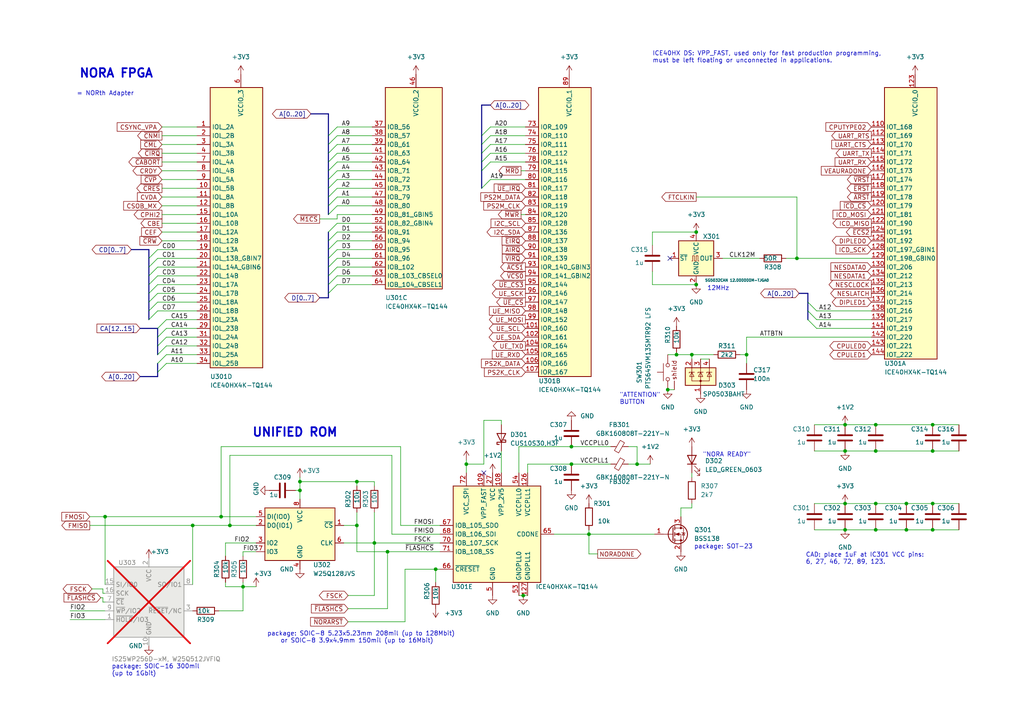
<source format=kicad_sch>
(kicad_sch (version 20230121) (generator eeschema)
  (paper "A4")
  (title_block (title "X65-SBC") (date "2024-02-12") (rev "revB1") (company "FOR X65.EU DESIGNED BY JSYKORA.INFO") (comment 1 "NORA FPGA with UNIFIED ROM SPI-Flash"))
  (lib_symbols
    (symbol "Device:C" (pin_numbers hide) (pin_names (offset 0.254))
      (property "Reference" "C" (at 0.635 2.54 0))
      (property "Value" "C" (at 0.635 -2.54 0))
      (symbol "C_1_1"
        (pin passive line (at 0 3.81 270) (length 2.794) (name "~") (number "1"))
        (pin passive line (at 0 -3.81 90) (length 2.794) (name "~") (number "2"))
      )
    )
    (symbol "Device:D_Schottky" (pin_numbers hide) (pin_names (offset 1.016) hide)
      (property "Reference" "D" (at 0 2.54 0))
      (property "Value" "D_Schottky" (at 0 -2.54 0))
      (symbol "D_Schottky_1_1"
        (pin passive line (at -3.81 0 0) (length 2.54) (name "K") (number "1"))
        (pin passive line (at 3.81 0 180) (length 2.54) (name "A") (number "2"))
      )
    )
    (symbol "Device:FerriteBead_Small" (pin_numbers hide) (pin_names (offset 0))
      (property "Reference" "FB" (at 1.905 1.27 0))
      (property "Value" "FerriteBead_Small" (at 1.905 -1.27 0))
      (symbol "FerriteBead_Small_1_1"
        (pin passive line (at 0 2.54 270) (length 1.27) (name "~") (number "1"))
        (pin passive line (at 0 -2.54 90) (length 1.27) (name "~") (number "2"))
      )
    )
    (symbol "Device:LED" (pin_numbers hide) (pin_names (offset 1.016) hide)
      (property "Reference" "D" (at 0 2.54 0))
      (property "Value" "LED" (at 0 -2.54 0))
      (symbol "LED_1_1"
        (pin passive line (at -3.81 0 0) (length 2.54) (name "K") (number "1"))
        (pin passive line (at 3.81 0 180) (length 2.54) (name "A") (number "2"))
      )
    )
    (symbol "Device:R" (pin_numbers hide) (pin_names (offset 0))
      (property "Reference" "R" (at 2.032 0 90))
      (property "Value" "R" (at 0 0 90))
      (symbol "R_1_1"
        (pin passive line (at 0 3.81 270) (length 1.27) (name "~") (number "1"))
        (pin passive line (at 0 -3.81 90) (length 1.27) (name "~") (number "2"))
      )
    )
    (symbol "FPGA_Lattice:ICE40HX4K-TQ144"
      (property "Reference" "U" (at 12.7 53.34 0))
      (property "Value" "ICE40HX4K-TQ144" (at 30.48 48.26 0))
      (symbol "ICE40HX4K-TQ144_1_1"
        (pin bidirectional line (at -12.7 30.48 0) (length 3.81) (name "IOT_168") (number "110"))
        (pin bidirectional line (at -12.7 27.94 0) (length 3.81) (name "IOT_169") (number "112"))
        (pin bidirectional line (at -12.7 25.4 0) (length 3.81) (name "IOT_170") (number "113"))
        (pin bidirectional line (at -12.7 22.86 0) (length 3.81) (name "IOT_171") (number "114"))
        (pin bidirectional line (at -12.7 20.32 0) (length 3.81) (name "IOT_172") (number "115"))
        (pin bidirectional line (at -12.7 17.78 0) (length 3.81) (name "IOT_173") (number "116"))
        (pin bidirectional line (at -12.7 15.24 0) (length 3.81) (name "IOT_174") (number "117"))
        (pin bidirectional line (at -12.7 12.7 0) (length 3.81) (name "IOT_177") (number "118"))
        (pin bidirectional line (at -12.7 10.16 0) (length 3.81) (name "IOT_178") (number "119"))
        (pin bidirectional line (at -12.7 7.62 0) (length 3.81) (name "IOT_179") (number "120"))
        (pin bidirectional line (at -12.7 5.08 0) (length 3.81) (name "IOT_181") (number "121"))
        (pin bidirectional line (at -12.7 2.54 0) (length 3.81) (name "IOT_190") (number "122"))
        (pin power_in line (at 0 45.72 270) (length 3.81) (name "VCCIO_0") (number "123"))
        (pin bidirectional line (at -12.7 0 0) (length 3.81) (name "IOT_191") (number "124"))
        (pin bidirectional line (at -12.7 -2.54 0) (length 3.81) (name "IOT_192") (number "125"))
        (pin bidirectional line (at -12.7 -5.08 0) (length 3.81) (name "IOT_197_GBIN1") (number "128"))
        (pin bidirectional line (at -12.7 -7.62 0) (length 3.81) (name "IOT_198_GBIN0") (number "129"))
        (pin bidirectional line (at -12.7 -10.16 0) (length 3.81) (name "IOT_206") (number "130"))
        (pin passive line (at 0 45.72 270) (length 3.81) hide (name "VCCIO_0") (number "131"))
        (pin bidirectional line (at -12.7 -12.7 0) (length 3.81) (name "IOT_212") (number "134"))
        (pin bidirectional line (at -12.7 -15.24 0) (length 3.81) (name "IOT_213") (number "135"))
        (pin bidirectional line (at -12.7 -17.78 0) (length 3.81) (name "IOT_214") (number "136"))
        (pin bidirectional line (at -12.7 -20.32 0) (length 3.81) (name "IOT_215") (number "137"))
        (pin bidirectional line (at -12.7 -22.86 0) (length 3.81) (name "IOT_216") (number "138"))
        (pin bidirectional line (at -12.7 -25.4 0) (length 3.81) (name "IOT_217") (number "139"))
        (pin bidirectional line (at -12.7 -27.94 0) (length 3.81) (name "IOT_219") (number "141"))
        (pin bidirectional line (at -12.7 -30.48 0) (length 3.81) (name "IOT_220") (number "142"))
        (pin bidirectional line (at -12.7 -33.02 0) (length 3.81) (name "IOT_221") (number "143"))
        (pin bidirectional line (at -12.7 -35.56 0) (length 3.81) (name "IOT_222") (number "144"))
      )
      (symbol "ICE40HX4K-TQ144_2_1"
        (pin passive line (at 0 48.26 270) (length 3.81) hide (name "VCCIO_1") (number "100"))
        (pin bidirectional line (at -12.7 -25.4 0) (length 3.81) (name "IOR_160") (number "101"))
        (pin bidirectional line (at -12.7 -27.94 0) (length 3.81) (name "IOR_161") (number "102"))
        (pin bidirectional line (at -12.7 -30.48 0) (length 3.81) (name "IOR_164") (number "104"))
        (pin bidirectional line (at -12.7 -33.02 0) (length 3.81) (name "IOR_165") (number "105"))
        (pin bidirectional line (at -12.7 -35.56 0) (length 3.81) (name "IOR_166") (number "106"))
        (pin bidirectional line (at -12.7 -38.1 0) (length 3.81) (name "IOR_167") (number "107"))
        (pin bidirectional line (at -12.7 33.02 0) (length 3.81) (name "IOR_109") (number "73"))
        (pin bidirectional line (at -12.7 30.48 0) (length 3.81) (name "IOR_110") (number "74"))
        (pin bidirectional line (at -12.7 27.94 0) (length 3.81) (name "IOR_111") (number "75"))
        (pin bidirectional line (at -12.7 25.4 0) (length 3.81) (name "IOR_112") (number "76"))
        (pin bidirectional line (at -12.7 22.86 0) (length 3.81) (name "IOR_114") (number "78"))
        (pin bidirectional line (at -12.7 20.32 0) (length 3.81) (name "IOR_115") (number "79"))
        (pin bidirectional line (at -12.7 17.78 0) (length 3.81) (name "IOR_116") (number "80"))
        (pin bidirectional line (at -12.7 15.24 0) (length 3.81) (name "IOR_117") (number "81"))
        (pin bidirectional line (at -12.7 12.7 0) (length 3.81) (name "IOR_118") (number "82"))
        (pin bidirectional line (at -12.7 10.16 0) (length 3.81) (name "IOR_119") (number "83"))
        (pin bidirectional line (at -12.7 7.62 0) (length 3.81) (name "IOR_120") (number "84"))
        (pin bidirectional line (at -12.7 5.08 0) (length 3.81) (name "IOR_128") (number "85"))
        (pin bidirectional line (at -12.7 2.54 0) (length 3.81) (name "IOR_136") (number "87"))
        (pin bidirectional line (at -12.7 0 0) (length 3.81) (name "IOR_137") (number "88"))
        (pin power_in line (at 0 48.26 270) (length 3.81) (name "VCCIO_1") (number "89"))
        (pin bidirectional line (at -12.7 -2.54 0) (length 3.81) (name "IOR_138") (number "90"))
        (pin bidirectional line (at -12.7 -5.08 0) (length 3.81) (name "IOR_139") (number "91"))
        (pin bidirectional line (at -12.7 -7.62 0) (length 3.81) (name "IOR_140_GBIN3") (number "93"))
        (pin bidirectional line (at -12.7 -10.16 0) (length 3.81) (name "IOR_141_GBIN2") (number "94"))
        (pin bidirectional line (at -12.7 -12.7 0) (length 3.81) (name "IOR_144") (number "95"))
        (pin bidirectional line (at -12.7 -15.24 0) (length 3.81) (name "IOR_146") (number "96"))
        (pin bidirectional line (at -12.7 -17.78 0) (length 3.81) (name "IOR_147") (number "97"))
        (pin bidirectional line (at -12.7 -20.32 0) (length 3.81) (name "IOR_148") (number "98"))
        (pin bidirectional line (at -12.7 -22.86 0) (length 3.81) (name "IOR_152") (number "99"))
      )
      (symbol "ICE40HX4K-TQ144_3_1"
        (pin bidirectional line (at -12.7 20.32 0) (length 3.81) (name "IOB_56") (number "37"))
        (pin bidirectional line (at -12.7 17.78 0) (length 3.81) (name "IOB_57") (number "38"))
        (pin bidirectional line (at -12.7 15.24 0) (length 3.81) (name "IOB_61") (number "39"))
        (pin bidirectional line (at -12.7 12.7 0) (length 3.81) (name "IOB_63") (number "41"))
        (pin bidirectional line (at -12.7 10.16 0) (length 3.81) (name "IOB_64") (number "42"))
        (pin bidirectional line (at -12.7 7.62 0) (length 3.81) (name "IOB_71") (number "43"))
        (pin bidirectional line (at -12.7 5.08 0) (length 3.81) (name "IOB_72") (number "44"))
        (pin bidirectional line (at -12.7 2.54 0) (length 3.81) (name "IOB_73") (number "45"))
        (pin power_in line (at 0 35.56 270) (length 3.81) (name "VCCIO_2") (number "46"))
        (pin bidirectional line (at -12.7 0 0) (length 3.81) (name "IOB_79") (number "47"))
        (pin bidirectional line (at -12.7 -2.54 0) (length 3.81) (name "IOB_80") (number "48"))
        (pin bidirectional line (at -12.7 -5.08 0) (length 3.81) (name "IOB_81_GBIN5") (number "49"))
        (pin bidirectional line (at -12.7 -7.62 0) (length 3.81) (name "IOB_82_GBIN4") (number "52"))
        (pin bidirectional line (at -12.7 -10.16 0) (length 3.81) (name "IOB_91") (number "55"))
        (pin bidirectional line (at -12.7 -12.7 0) (length 3.81) (name "IOB_94") (number "56"))
        (pin passive line (at 0 35.56 270) (length 3.81) hide (name "VCCIO_2") (number "57"))
        (pin bidirectional line (at -12.7 -15.24 0) (length 3.81) (name "IOB_95") (number "60"))
        (pin bidirectional line (at -12.7 -17.78 0) (length 3.81) (name "IOB_96") (number "61"))
        (pin bidirectional line (at -12.7 -20.32 0) (length 3.81) (name "IOB_102") (number "62"))
        (pin bidirectional line (at -12.7 -22.86 0) (length 3.81) (name "IOB_103_CBSEL0") (number "63"))
        (pin bidirectional line (at -12.7 -25.4 0) (length 3.81) (name "IOB_104_CBSEL1") (number "64"))
      )
      (symbol "ICE40HX4K-TQ144_4_1"
        (pin bidirectional line (at -12.7 30.48 0) (length 3.81) (name "IOL_2A") (number "1"))
        (pin bidirectional line (at -12.7 12.7 0) (length 3.81) (name "IOL_5B") (number "10"))
        (pin bidirectional line (at -12.7 10.16 0) (length 3.81) (name "IOL_8A") (number "11"))
        (pin bidirectional line (at -12.7 7.62 0) (length 3.81) (name "IOL_8B") (number "12"))
        (pin bidirectional line (at -12.7 5.08 0) (length 3.81) (name "IOL_10A") (number "15"))
        (pin bidirectional line (at -12.7 2.54 0) (length 3.81) (name "IOL_10B") (number "16"))
        (pin bidirectional line (at -12.7 0 0) (length 3.81) (name "IOL_12A") (number "17"))
        (pin bidirectional line (at -12.7 -2.54 0) (length 3.81) (name "IOL_12B") (number "18"))
        (pin bidirectional line (at -12.7 -5.08 0) (length 3.81) (name "IOL_13A") (number "19"))
        (pin bidirectional line (at -12.7 27.94 0) (length 3.81) (name "IOL_2B") (number "2"))
        (pin bidirectional line (at -12.7 -7.62 0) (length 3.81) (name "IOL_13B_GBIN7") (number "20"))
        (pin bidirectional line (at -12.7 -10.16 0) (length 3.81) (name "IOL_14A_GBIN6") (number "21"))
        (pin bidirectional line (at -12.7 -12.7 0) (length 3.81) (name "IOL_14B") (number "22"))
        (pin bidirectional line (at -12.7 -15.24 0) (length 3.81) (name "IOL_17A") (number "23"))
        (pin bidirectional line (at -12.7 -17.78 0) (length 3.81) (name "IOL_17B") (number "24"))
        (pin bidirectional line (at -12.7 -20.32 0) (length 3.81) (name "IOL_18A") (number "25"))
        (pin bidirectional line (at -12.7 -22.86 0) (length 3.81) (name "IOL_18B") (number "26"))
        (pin bidirectional line (at -12.7 -25.4 0) (length 3.81) (name "IOL_23A") (number "28"))
        (pin bidirectional line (at -12.7 -27.94 0) (length 3.81) (name "IOL_23B") (number "29"))
        (pin bidirectional line (at -12.7 25.4 0) (length 3.81) (name "IOL_3A") (number "3"))
        (pin passive line (at 0 45.72 270) (length 3.81) hide (name "VCCIO_3") (number "30"))
        (pin bidirectional line (at -12.7 -30.48 0) (length 3.81) (name "IOL_24A") (number "31"))
        (pin bidirectional line (at -12.7 -33.02 0) (length 3.81) (name "IOL_24B") (number "32"))
        (pin bidirectional line (at -12.7 -35.56 0) (length 3.81) (name "IOL_25A") (number "33"))
        (pin bidirectional line (at -12.7 -38.1 0) (length 3.81) (name "IOL_25B") (number "34"))
        (pin bidirectional line (at -12.7 22.86 0) (length 3.81) (name "IOL_3B") (number "4"))
        (pin power_in line (at 0 45.72 270) (length 3.81) (name "VCCIO_3") (number "6"))
        (pin bidirectional line (at -12.7 20.32 0) (length 3.81) (name "IOL_4A") (number "7"))
        (pin bidirectional line (at -12.7 17.78 0) (length 3.81) (name "IOL_4B") (number "8"))
        (pin bidirectional line (at -12.7 15.24 0) (length 3.81) (name "IOL_5A") (number "9"))
      )
      (symbol "ICE40HX4K-TQ144_5_1"
        (pin passive line (at 0 -17.78 90) (length 3.81) hide (name "GND") (number "103"))
        (pin power_in line (at 2.54 17.78 270) (length 3.81) (name "VPP_2V5") (number "108"))
        (pin power_in line (at -2.54 17.78 270) (length 3.81) (name "VPP_FAST") (number "109"))
        (pin passive line (at 0 17.78 270) (length 3.81) hide (name "VCC") (number "111"))
        (pin power_in line (at 10.16 17.78 270) (length 3.81) (name "VCCPLL1") (number "126"))
        (pin power_in line (at 10.16 -17.78 90) (length 3.81) (name "GNDPLL1") (number "127"))
        (pin passive line (at 0 -17.78 90) (length 3.81) hide (name "GND") (number "13"))
        (pin passive line (at 0 -17.78 90) (length 3.81) hide (name "GND") (number "132"))
        (pin no_connect line (at 12.7 -10.16 180) (length 3.81) hide (name "NC") (number "133"))
        (pin passive line (at 0 -17.78 90) (length 3.81) hide (name "GND") (number "14"))
        (pin passive line (at 0 -17.78 90) (length 3.81) hide (name "GND") (number "140"))
        (pin power_in line (at 0 17.78 270) (length 3.81) (name "VCC") (number "27"))
        (pin no_connect line (at 12.7 5.08 180) (length 3.81) hide (name "NC") (number "35"))
        (pin no_connect line (at 12.7 2.54 180) (length 3.81) hide (name "NC") (number "36"))
        (pin passive line (at 0 17.78 270) (length 3.81) hide (name "VCC") (number "40"))
        (pin power_in line (at 0 -17.78 90) (length 3.81) (name "GND") (number "5"))
        (pin no_connect line (at 12.7 -2.54 180) (length 3.81) hide (name "NC") (number "50"))
        (pin no_connect line (at 12.7 -5.08 180) (length 3.81) hide (name "NC") (number "51"))
        (pin power_in line (at 7.62 -17.78 90) (length 3.81) (name "GNDPLL0") (number "53"))
        (pin power_in line (at 7.62 17.78 270) (length 3.81) (name "VCCPLL0") (number "54"))
        (pin no_connect line (at 12.7 -7.62 180) (length 3.81) hide (name "NC") (number "58"))
        (pin passive line (at 0 -17.78 90) (length 3.81) hide (name "GND") (number "59"))
        (pin open_collector line (at 17.78 0 180) (length 3.81) (name "CDONE") (number "65"))
        (pin input line (at -15.24 -10.16 0) (length 3.81) (name "~{CRESET}") (number "66"))
        (pin bidirectional line (at -15.24 2.54 0) (length 3.81) (name "IOB_105_SDO") (number "67"))
        (pin bidirectional line (at -15.24 0 0) (length 3.81) (name "IOB_106_SDI") (number "68"))
        (pin passive line (at 0 -17.78 90) (length 3.81) hide (name "GND") (number "69"))
        (pin bidirectional line (at -15.24 -2.54 0) (length 3.81) (name "IOB_107_SCK") (number "70"))
        (pin bidirectional line (at -15.24 -5.08 0) (length 3.81) (name "IOB_108_SS") (number "71"))
        (pin power_in line (at -7.62 17.78 270) (length 3.81) (name "VCC_SPI") (number "72"))
        (pin no_connect line (at 12.7 7.62 180) (length 3.81) hide (name "NC") (number "77"))
        (pin passive line (at 0 -17.78 90) (length 3.81) hide (name "GND") (number "86"))
        (pin passive line (at 0 17.78 270) (length 3.81) hide (name "VCC") (number "92"))
      )
    )
    (symbol "Memory_Flash:IS25WP256D-xM"
      (property "Reference" "U" (at -8.89 11.43 0))
      (property "Value" "IS25WP256D-xM" (at 8.89 11.43 0))
      (symbol "IS25WP256D-xM_0_1"
        (pin bidirectional line (at -12.7 -5.08 0) (length 2.54) (name "~{HOLD}/IO3") (number "1"))
        (pin power_in line (at 0 -12.7 90) (length 2.54) (name "GND") (number "10"))
        (pin no_connect line (at 10.16 0 180) (length 2.54) hide (name "NC") (number "11"))
        (pin no_connect line (at 10.16 -5.08 180) (length 2.54) hide (name "NC") (number "12"))
        (pin no_connect line (at 10.16 7.62 180) (length 2.54) hide (name "NC") (number "13"))
        (pin no_connect line (at 10.16 -7.62 180) (length 2.54) hide (name "NC") (number "14"))
        (pin bidirectional line (at -12.7 5.08 0) (length 2.54) (name "SI/IO0") (number "15"))
        (pin input line (at -12.7 2.54 0) (length 2.54) (name "SCK") (number "16"))
        (pin power_in line (at 0 12.7 270) (length 2.54) (name "VCC") (number "2"))
        (pin input line (at 12.7 -2.54 180) (length 2.54) (name "~{RESET}/NC") (number "3"))
        (pin no_connect line (at -10.16 7.62 0) (length 2.54) hide (name "NC") (number "4"))
        (pin no_connect line (at -10.16 -7.62 0) (length 2.54) hide (name "NC") (number "5"))
        (pin no_connect line (at 10.16 2.54 180) (length 2.54) hide (name "NC") (number "6"))
        (pin input line (at -12.7 0 0) (length 2.54) (name "~{CE}") (number "7"))
        (pin bidirectional line (at 12.7 5.08 180) (length 2.54) (name "SO/IO1") (number "8"))
        (pin bidirectional line (at -12.7 -2.54 0) (length 2.54) (name "~{WP}/IO2") (number "9"))
      )
    )
    (symbol "Memory_Flash:W25Q128JVS"
      (property "Reference" "U" (at -8.89 8.89 0))
      (property "Value" "W25Q128JVS" (at 7.62 8.89 0))
      (symbol "W25Q128JVS_1_1"
        (pin input line (at -12.7 2.54 0) (length 2.54) (name "~{CS}") (number "1"))
        (pin bidirectional line (at 12.7 2.54 180) (length 2.54) (name "DO(IO1)") (number "2"))
        (pin bidirectional line (at 12.7 -2.54 180) (length 2.54) (name "IO2") (number "3"))
        (pin power_in line (at 0 -10.16 90) (length 2.54) (name "GND") (number "4"))
        (pin bidirectional line (at 12.7 5.08 180) (length 2.54) (name "DI(IO0)") (number "5"))
        (pin input line (at -12.7 -2.54 0) (length 2.54) (name "CLK") (number "6"))
        (pin bidirectional line (at 12.7 -5.08 180) (length 2.54) (name "IO3") (number "7"))
        (pin power_in line (at 0 10.16 270) (length 2.54) (name "VCC") (number "8"))
      )
    )
    (symbol "Oscillator:SG-5032CAN" (pin_names (offset 0.254))
      (property "Reference" "X" (at -5.08 6.35 0))
      (property "Value" "SG-5032CAN" (at 1.27 -6.35 0))
      (symbol "SG-5032CAN_1_1"
        (pin input line (at -7.62 0 0) (length 2.54) (name "~{ST}") (number "1"))
        (pin power_in line (at 0 -7.62 90) (length 2.54) (name "GND") (number "2"))
        (pin output line (at 7.62 0 180) (length 2.54) (name "OUT") (number "3"))
        (pin power_in line (at 0 7.62 270) (length 2.54) (name "VCC") (number "4"))
      )
    )
    (symbol "Power_Protection:SP0503BAHT" (pin_names hide)
      (property "Reference" "D" (at 5.715 2.54 0))
      (property "Value" "SP0503BAHT" (at 5.715 0.635 0))
      (symbol "SP0503BAHT_0_0"
        (pin passive line (at 0 -5.08 90) (length 2.54) (name "A") (number "1"))
      )
      (symbol "SP0503BAHT_1_1"
        (pin passive line (at -2.54 5.08 270) (length 2.54) (name "K") (number "2"))
        (pin passive line (at 0 5.08 270) (length 2.54) (name "K") (number "3"))
        (pin passive line (at 2.54 5.08 270) (length 2.54) (name "K") (number "4"))
      )
    )
    (symbol "Transistor_FET:BSS123" (pin_names hide)
      (property "Reference" "Q" (at 5.08 1.905 0))
      (property "Value" "BSS123" (at 5.08 0 0))
      (symbol "BSS123_1_1"
        (pin input line (at -5.08 0 0) (length 2.54) (name "G") (number "1"))
        (pin passive line (at 2.54 -5.08 90) (length 2.54) (name "S") (number "2"))
        (pin passive line (at 2.54 5.08 270) (length 2.54) (name "D") (number "3"))
      )
    )
    (symbol "power:+1V2" (power) (pin_names (offset 0))
      (property "Value" "+1V2" (at 0 3.556 0))
      (symbol "+1V2_1_1"
        (pin power_in line (at 0 0 90) (length 0) hide (name "+1V2") (number "1"))
      )
    )
    (symbol "power:+3V3" (power) (pin_names (offset 0))
      (property "Value" "+3V3" (at 0 3.556 0))
      (symbol "+3V3_1_1"
        (pin power_in line (at 0 0 90) (length 0) hide (name "+3V3") (number "1"))
      )
    )
    (symbol "power:GND" (power) (pin_names (offset 0))
      (property "Value" "GND" (at 0 -3.81 0))
      (symbol "GND_1_1"
        (pin power_in line (at 0 0 270) (length 0) hide (name "GND") (number "1"))
      )
    )
    (symbol "vera-module:SW_Push_SH" (pin_numbers hide) (pin_names (offset 1.016) hide)
      (property "Reference" "SW" (at 1.27 2.54 0))
      (property "Value" "SW_Push_SH" (at 0 -4.445 0))
      (symbol "SW_Push_SH_0_0"
        (text "shield" (at 0.635 -1.905 0) (effects (font (size 1.27 1.27))))
      )
      (symbol "SW_Push_SH_0_1"
        (pin passive line (at -5.08 0 0) (length 2.54) (name "1") (number "1"))
        (pin passive line (at 5.08 0 180) (length 2.54) (name "2") (number "2"))
      )
      (symbol "SW_Push_SH_1_1"
        (pin passive line (at -5.08 -1.905 0) (length 2.54) (name "SH") (number "SH"))
      )
    )
  )
  (junction (at 151.765 172.72))
  (junction (at 245.11 153.67))
  (junction (at 254 130.81))
  (junction (at 64.135 149.86))
  (junction (at 245.11 123.19))
  (junction (at 201.93 82.55))
  (junction (at 103.505 139.7))
  (junction (at 170.815 154.94))
  (junction (at 270.51 153.67))
  (junction (at 270.51 130.81))
  (junction (at 184.785 134.62))
  (junction (at 254 123.19))
  (junction (at 262.89 146.05))
  (junction (at 86.995 142.24))
  (junction (at 135.255 134.62))
  (junction (at 270.51 146.05))
  (junction (at 245.11 146.05))
  (junction (at 70.485 170.18))
  (junction (at 112.395 160.02))
  (junction (at 254 153.67))
  (junction (at 103.505 152.4))
  (junction (at 55.88 152.4))
  (junction (at 108.585 157.48))
  (junction (at 216.535 102.87))
  (junction (at 193.675 113.03))
  (junction (at 270.51 123.19))
  (junction (at 86.995 139.7))
  (junction (at 66.675 152.4))
  (junction (at 231.14 74.93))
  (junction (at 201.93 67.31))
  (junction (at 126.365 165.1))
  (junction (at 165.735 129.54))
  (junction (at 165.735 134.62))
  (junction (at 245.11 130.81))
  (junction (at 262.89 153.67))
  (junction (at 254 146.05))
  (junction (at 200.66 102.87))
  (junction (at 30.48 149.86))
  (junction (at 196.215 102.87))
  (no_connect (at 194.31 74.93))
  (no_connect (at 140.335 137.16))
  (bus_entry (at 234.315 92.71) (size 2.54 2.54))
  (bus_entry (at 45.72 100.33) (size 2.54 -2.54))
  (bus_entry (at 45.72 95.25) (size 2.54 -2.54))
  (bus_entry (at 45.72 97.79) (size 2.54 -2.54))
  (bus_entry (at 45.72 102.87) (size 2.54 -2.54))
  (bus_entry (at 95.25 41.91) (size 2.54 -2.54))
  (bus_entry (at 95.25 39.37) (size 2.54 -2.54))
  (bus_entry (at 95.25 44.45) (size 2.54 -2.54))
  (bus_entry (at 95.25 46.99) (size 2.54 -2.54))
  (bus_entry (at 95.25 49.53) (size 2.54 -2.54))
  (bus_entry (at 95.25 52.07) (size 2.54 -2.54))
  (bus_entry (at 95.25 54.61) (size 2.54 -2.54))
  (bus_entry (at 95.25 57.15) (size 2.54 -2.54))
  (bus_entry (at 95.25 59.69) (size 2.54 -2.54))
  (bus_entry (at 95.25 62.23) (size 2.54 -2.54))
  (bus_entry (at 139.7 41.91) (size 2.54 -2.54))
  (bus_entry (at 139.7 39.37) (size 2.54 -2.54))
  (bus_entry (at 139.7 49.53) (size 2.54 -2.54))
  (bus_entry (at 139.7 44.45) (size 2.54 -2.54))
  (bus_entry (at 139.7 46.99) (size 2.54 -2.54))
  (bus_entry (at 45.72 105.41) (size 2.54 -2.54))
  (bus_entry (at 45.72 107.95) (size 2.54 -2.54))
  (bus_entry (at 43.18 74.93) (size 2.54 -2.54))
  (bus_entry (at 43.18 77.47) (size 2.54 -2.54))
  (bus_entry (at 43.18 80.01) (size 2.54 -2.54))
  (bus_entry (at 43.18 82.55) (size 2.54 -2.54))
  (bus_entry (at 43.18 85.09) (size 2.54 -2.54))
  (bus_entry (at 43.18 87.63) (size 2.54 -2.54))
  (bus_entry (at 43.18 90.17) (size 2.54 -2.54))
  (bus_entry (at 43.18 92.71) (size 2.54 -2.54))
  (bus_entry (at 95.25 82.55) (size 2.54 -2.54))
  (bus_entry (at 95.25 85.09) (size 2.54 -2.54))
  (bus_entry (at 142.24 52.07) (size -2.54 2.54))
  (bus_entry (at 234.315 90.17) (size 2.54 2.54))
  (bus_entry (at 234.315 87.63) (size 2.54 2.54))
  (bus_entry (at 95.25 74.93) (size 2.54 -2.54))
  (bus_entry (at 95.25 72.39) (size 2.54 -2.54))
  (bus_entry (at 95.25 69.85) (size 2.54 -2.54))
  (bus_entry (at 95.25 67.31) (size 2.54 -2.54))
  (bus_entry (at 95.25 77.47) (size 2.54 -2.54))
  (bus_entry (at 95.25 80.01) (size 2.54 -2.54))
  (wire (pts (xy 135.255 134.62) (xy 135.255 137.16)))
  (wire (pts (xy 103.505 160.02) (xy 112.395 160.02)))
  (wire (pts (xy 46.99 64.77) (xy 57.15 64.77)))
  (wire (pts (xy 86.995 138.43) (xy 86.995 139.7)))
  (wire (pts (xy 45.72 80.01) (xy 57.15 80.01)))
  (bus (pts (xy 231.775 85.09) (xy 234.315 85.09)))
  (wire (pts (xy 165.735 129.54) (xy 150.495 129.54)))
  (wire (pts (xy 245.11 123.19) (xy 254 123.19)))
  (bus (pts (xy 43.18 90.17) (xy 43.18 92.71)))
  (wire (pts (xy 74.295 149.86) (xy 64.135 149.86)))
  (bus (pts (xy 95.25 49.53) (xy 95.25 52.07)))
  (wire (pts (xy 227.965 74.93) (xy 231.14 74.93)))
  (bus (pts (xy 95.25 59.69) (xy 95.25 62.23)))
  (bus (pts (xy 90.17 33.02) (xy 95.25 33.02)))
  (wire (pts (xy 108.585 157.48) (xy 127.635 157.48)))
  (wire (pts (xy 48.26 102.87) (xy 57.15 102.87)))
  (wire (pts (xy 55.88 152.4) (xy 55.88 169.545)))
  (wire (pts (xy 97.79 72.39) (xy 107.95 72.39)))
  (wire (pts (xy 100.965 172.72) (xy 108.585 172.72)))
  (wire (pts (xy 97.79 44.45) (xy 107.95 44.45)))
  (wire (pts (xy 70.485 168.91) (xy 70.485 170.18)))
  (wire (pts (xy 30.48 149.86) (xy 30.48 169.545)))
  (wire (pts (xy 97.79 39.37) (xy 107.95 39.37)))
  (bus (pts (xy 45.72 95.25) (xy 45.72 97.79)))
  (wire (pts (xy 46.99 36.83) (xy 57.15 36.83)))
  (bus (pts (xy 139.7 46.99) (xy 139.7 49.53)))
  (wire (pts (xy 145.415 130.81) (xy 145.415 137.16)))
  (wire (pts (xy 200.66 102.87) (xy 207.01 102.87)))
  (wire (pts (xy 270.51 123.19) (xy 278.13 123.19)))
  (wire (pts (xy 201.93 67.31) (xy 189.23 67.31)))
  (wire (pts (xy 55.88 152.4) (xy 66.675 152.4)))
  (wire (pts (xy 231.14 74.93) (xy 252.73 74.93)))
  (wire (pts (xy 74.295 152.4) (xy 66.675 152.4)))
  (wire (pts (xy 201.93 82.55) (xy 189.23 82.55)))
  (wire (pts (xy 48.26 105.41) (xy 57.15 105.41)))
  (wire (pts (xy 99.695 157.48) (xy 108.585 157.48)))
  (wire (pts (xy 97.79 41.91) (xy 107.95 41.91)))
  (wire (pts (xy 236.22 130.81) (xy 245.11 130.81)))
  (wire (pts (xy 270.51 153.67) (xy 278.13 153.67)))
  (wire (pts (xy 29.21 173.355) (xy 29.845 173.355)))
  (wire (pts (xy 45.72 72.39) (xy 57.15 72.39)))
  (bus (pts (xy 234.315 87.63) (xy 234.315 90.17)))
  (wire (pts (xy 142.24 46.99) (xy 152.4 46.99)))
  (wire (pts (xy 86.995 139.7) (xy 103.505 139.7)))
  (wire (pts (xy 74.295 160.02) (xy 70.485 160.02)))
  (bus (pts (xy 43.18 77.47) (xy 43.18 80.01)))
  (wire (pts (xy 45.72 82.55) (xy 57.15 82.55)))
  (wire (pts (xy 46.99 52.07) (xy 57.15 52.07)))
  (wire (pts (xy 46.99 62.23) (xy 57.15 62.23)))
  (wire (pts (xy 197.485 147.32) (xy 197.485 149.86)))
  (wire (pts (xy 177.165 134.62) (xy 165.735 134.62)))
  (wire (pts (xy 270.51 130.81) (xy 278.13 130.81)))
  (wire (pts (xy 97.79 36.83) (xy 107.95 36.83)))
  (wire (pts (xy 112.395 160.02) (xy 112.395 176.53)))
  (wire (pts (xy 200.66 146.05) (xy 200.66 147.32)))
  (wire (pts (xy 252.73 97.79) (xy 216.535 97.79)))
  (wire (pts (xy 97.79 52.07) (xy 107.95 52.07)))
  (wire (pts (xy 70.485 160.02) (xy 70.485 161.29)))
  (wire (pts (xy 46.99 39.37) (xy 57.15 39.37)))
  (wire (pts (xy 70.485 177.165) (xy 70.485 170.18)))
  (wire (pts (xy 165.735 134.62) (xy 153.035 134.62)))
  (bus (pts (xy 40.64 95.25) (xy 45.72 95.25)))
  (wire (pts (xy 46.99 67.31) (xy 57.15 67.31)))
  (wire (pts (xy 142.24 39.37) (xy 152.4 39.37)))
  (wire (pts (xy 99.695 152.4) (xy 103.505 152.4)))
  (bus (pts (xy 95.25 72.39) (xy 95.25 74.93)))
  (wire (pts (xy 46.99 41.91) (xy 57.15 41.91)))
  (wire (pts (xy 20.32 179.705) (xy 30.48 179.705)))
  (bus (pts (xy 40.64 109.22) (xy 45.72 109.22)))
  (wire (pts (xy 30.48 149.86) (xy 64.135 149.86)))
  (wire (pts (xy 97.79 64.77) (xy 107.95 64.77)))
  (wire (pts (xy 182.245 129.54) (xy 184.785 129.54)))
  (wire (pts (xy 48.26 97.79) (xy 57.15 97.79)))
  (wire (pts (xy 97.79 74.93) (xy 107.95 74.93)))
  (wire (pts (xy 66.675 132.08) (xy 113.665 132.08)))
  (wire (pts (xy 45.72 87.63) (xy 57.15 87.63)))
  (bus (pts (xy 95.25 44.45) (xy 95.25 46.99)))
  (wire (pts (xy 64.135 129.54) (xy 116.205 129.54)))
  (wire (pts (xy 86.995 142.24) (xy 86.995 144.78)))
  (wire (pts (xy 46.99 59.69) (xy 57.15 59.69)))
  (wire (pts (xy 193.675 102.87) (xy 196.215 102.87)))
  (wire (pts (xy 46.99 44.45) (xy 57.15 44.45)))
  (wire (pts (xy 86.995 139.7) (xy 86.995 142.24)))
  (bus (pts (xy 95.25 77.47) (xy 95.25 80.01)))
  (wire (pts (xy 151.765 172.72) (xy 153.035 172.72)))
  (wire (pts (xy 48.26 95.25) (xy 57.15 95.25)))
  (bus (pts (xy 95.25 33.02) (xy 95.25 39.37)))
  (wire (pts (xy 26.67 170.815) (xy 29.845 170.815)))
  (wire (pts (xy 48.26 92.71) (xy 57.15 92.71)))
  (wire (pts (xy 145.415 121.92) (xy 140.335 121.92)))
  (wire (pts (xy 117.475 165.1) (xy 117.475 180.34)))
  (wire (pts (xy 46.99 57.15) (xy 57.15 57.15)))
  (wire (pts (xy 107.95 62.23) (xy 97.79 62.23)))
  (bus (pts (xy 43.18 80.01) (xy 43.18 82.55)))
  (wire (pts (xy 236.855 90.17) (xy 252.73 90.17)))
  (wire (pts (xy 100.965 176.53) (xy 112.395 176.53)))
  (wire (pts (xy 108.585 140.97) (xy 108.585 139.7)))
  (wire (pts (xy 236.22 153.67) (xy 245.11 153.67)))
  (wire (pts (xy 45.72 74.93) (xy 57.15 74.93)))
  (bus (pts (xy 139.7 41.91) (xy 139.7 44.45)))
  (wire (pts (xy 170.815 154.94) (xy 170.815 160.655)))
  (wire (pts (xy 184.785 134.62) (xy 182.245 134.62)))
  (wire (pts (xy 150.495 172.72) (xy 151.765 172.72)))
  (wire (pts (xy 170.815 154.94) (xy 170.815 153.67)))
  (wire (pts (xy 97.79 77.47) (xy 107.95 77.47)))
  (wire (pts (xy 142.24 44.45) (xy 152.4 44.45)))
  (wire (pts (xy 46.99 46.99) (xy 57.15 46.99)))
  (wire (pts (xy 142.24 41.91) (xy 152.4 41.91)))
  (wire (pts (xy 177.165 129.54) (xy 165.735 129.54)))
  (wire (pts (xy 184.785 129.54) (xy 184.785 134.62)))
  (wire (pts (xy 97.79 67.31) (xy 107.95 67.31)))
  (bus (pts (xy 234.315 87.63) (xy 234.315 85.09)))
  (wire (pts (xy 201.93 57.15) (xy 231.14 57.15)))
  (wire (pts (xy 65.405 157.48) (xy 65.405 161.29)))
  (wire (pts (xy 108.585 157.48) (xy 108.585 172.72)))
  (wire (pts (xy 142.24 36.83) (xy 152.4 36.83)))
  (bus (pts (xy 38.1 72.39) (xy 43.18 72.39)))
  (wire (pts (xy 231.14 57.15) (xy 231.14 74.93)))
  (bus (pts (xy 43.18 87.63) (xy 43.18 90.17)))
  (wire (pts (xy 189.23 82.55) (xy 189.23 78.74)))
  (wire (pts (xy 97.79 62.23) (xy 97.79 63.5)))
  (bus (pts (xy 95.25 57.15) (xy 95.25 59.69)))
  (wire (pts (xy 270.51 146.05) (xy 278.13 146.05)))
  (wire (pts (xy 254 146.05) (xy 262.89 146.05)))
  (bus (pts (xy 43.18 72.39) (xy 43.18 74.93)))
  (wire (pts (xy 97.79 80.01) (xy 107.95 80.01)))
  (wire (pts (xy 127.635 154.94) (xy 113.665 154.94)))
  (wire (pts (xy 151.13 62.23) (xy 152.4 62.23)))
  (wire (pts (xy 46.99 49.53) (xy 57.15 49.53)))
  (bus (pts (xy 95.25 69.85) (xy 95.25 72.39)))
  (wire (pts (xy 97.79 59.69) (xy 107.95 59.69)))
  (wire (pts (xy 112.395 160.02) (xy 127.635 160.02)))
  (wire (pts (xy 63.5 177.165) (xy 70.485 177.165)))
  (wire (pts (xy 200.66 147.32) (xy 197.485 147.32)))
  (bus (pts (xy 139.7 30.48) (xy 139.7 39.37)))
  (bus (pts (xy 95.25 82.55) (xy 95.25 85.09)))
  (bus (pts (xy 95.25 39.37) (xy 95.25 41.91)))
  (wire (pts (xy 70.485 170.18) (xy 74.295 170.18)))
  (wire (pts (xy 100.965 180.34) (xy 117.475 180.34)))
  (bus (pts (xy 43.18 85.09) (xy 43.18 87.63)))
  (bus (pts (xy 95.25 74.93) (xy 95.25 77.47)))
  (wire (pts (xy 140.335 121.92) (xy 140.335 134.62)))
  (wire (pts (xy 45.72 85.09) (xy 57.15 85.09)))
  (wire (pts (xy 209.55 74.93) (xy 220.345 74.93)))
  (wire (pts (xy 97.79 57.15) (xy 107.95 57.15)))
  (bus (pts (xy 95.25 67.31) (xy 95.25 69.85)))
  (wire (pts (xy 29.845 172.085) (xy 30.48 172.085)))
  (wire (pts (xy 196.215 102.87) (xy 200.66 102.87)))
  (bus (pts (xy 95.25 46.99) (xy 95.25 49.53)))
  (wire (pts (xy 184.785 134.62) (xy 188.595 134.62)))
  (wire (pts (xy 160.655 154.94) (xy 170.815 154.94)))
  (bus (pts (xy 234.315 92.71) (xy 234.315 90.17)))
  (bus (pts (xy 139.7 49.53) (xy 139.7 54.61)))
  (wire (pts (xy 66.675 152.4) (xy 66.675 132.08)))
  (wire (pts (xy 97.79 69.85) (xy 107.95 69.85)))
  (wire (pts (xy 135.255 134.62) (xy 140.335 134.62)))
  (bus (pts (xy 45.72 105.41) (xy 45.72 107.95)))
  (bus (pts (xy 139.7 39.37) (xy 139.7 41.91)))
  (wire (pts (xy 196.215 102.235) (xy 196.215 102.87)))
  (wire (pts (xy 170.815 154.94) (xy 189.865 154.94)))
  (wire (pts (xy 103.505 152.4) (xy 103.505 160.02)))
  (wire (pts (xy 262.89 146.05) (xy 270.51 146.05)))
  (wire (pts (xy 153.035 134.62) (xy 153.035 137.16)))
  (wire (pts (xy 97.79 46.99) (xy 107.95 46.99)))
  (wire (pts (xy 150.495 129.54) (xy 150.495 137.16)))
  (wire (pts (xy 113.665 154.94) (xy 113.665 132.08)))
  (wire (pts (xy 20.32 177.165) (xy 30.48 177.165)))
  (wire (pts (xy 145.415 123.19) (xy 145.415 121.92)))
  (wire (pts (xy 245.11 153.67) (xy 254 153.67)))
  (bus (pts (xy 45.72 100.33) (xy 45.72 102.87)))
  (wire (pts (xy 151.13 49.53) (xy 152.4 49.53)))
  (wire (pts (xy 65.405 168.91) (xy 65.405 170.18)))
  (wire (pts (xy 170.815 160.655) (xy 173.355 160.655)))
  (bus (pts (xy 45.72 107.95) (xy 45.72 109.22)))
  (wire (pts (xy 97.79 82.55) (xy 107.95 82.55)))
  (wire (pts (xy 142.24 52.07) (xy 152.4 52.07)))
  (bus (pts (xy 43.18 74.93) (xy 43.18 77.47)))
  (bus (pts (xy 139.7 30.48) (xy 142.24 30.48)))
  (wire (pts (xy 26.035 149.86) (xy 30.48 149.86)))
  (wire (pts (xy 103.505 139.7) (xy 103.505 140.97)))
  (wire (pts (xy 127.635 165.1) (xy 126.365 165.1)))
  (wire (pts (xy 200.66 102.87) (xy 200.66 104.14)))
  (wire (pts (xy 216.535 102.87) (xy 216.535 105.41)))
  (bus (pts (xy 95.25 41.91) (xy 95.25 44.45)))
  (wire (pts (xy 97.79 54.61) (xy 107.95 54.61)))
  (wire (pts (xy 92.71 63.5) (xy 97.79 63.5)))
  (bus (pts (xy 95.25 80.01) (xy 95.25 82.55)))
  (wire (pts (xy 29.845 173.355) (xy 29.845 174.625)))
  (wire (pts (xy 214.63 102.87) (xy 216.535 102.87)))
  (wire (pts (xy 245.11 130.81) (xy 254 130.81)))
  (wire (pts (xy 29.845 170.815) (xy 29.845 172.085)))
  (wire (pts (xy 108.585 157.48) (xy 108.585 148.59)))
  (wire (pts (xy 29.845 174.625) (xy 30.48 174.625)))
  (wire (pts (xy 254 130.81) (xy 270.51 130.81)))
  (wire (pts (xy 97.79 49.53) (xy 107.95 49.53)))
  (wire (pts (xy 46.99 69.85) (xy 57.15 69.85)))
  (wire (pts (xy 64.135 149.86) (xy 64.135 129.54)))
  (wire (pts (xy 45.72 90.17) (xy 57.15 90.17)))
  (bus (pts (xy 95.25 54.61) (xy 95.25 57.15)))
  (wire (pts (xy 103.505 152.4) (xy 103.505 148.59)))
  (wire (pts (xy 254 123.19) (xy 270.51 123.19)))
  (wire (pts (xy 236.22 146.05) (xy 245.11 146.05)))
  (wire (pts (xy 236.855 95.25) (xy 252.73 95.25)))
  (wire (pts (xy 236.22 123.19) (xy 245.11 123.19)))
  (bus (pts (xy 95.25 85.09) (xy 95.25 86.36)))
  (wire (pts (xy 108.585 139.7) (xy 103.505 139.7)))
  (bus (pts (xy 139.7 44.45) (xy 139.7 46.99)))
  (wire (pts (xy 74.295 157.48) (xy 65.405 157.48)))
  (wire (pts (xy 46.99 54.61) (xy 57.15 54.61)))
  (wire (pts (xy 126.365 165.1) (xy 126.365 168.91)))
  (wire (pts (xy 26.035 152.4) (xy 55.88 152.4)))
  (wire (pts (xy 116.205 152.4) (xy 116.205 129.54)))
  (bus (pts (xy 95.25 52.07) (xy 95.25 54.61)))
  (wire (pts (xy 45.72 77.47) (xy 57.15 77.47)))
  (wire (pts (xy 85.725 142.24) (xy 86.995 142.24)))
  (wire (pts (xy 203.2 104.14) (xy 205.74 104.14)))
  (bus (pts (xy 45.72 97.79) (xy 45.72 100.33)))
  (wire (pts (xy 65.405 170.18) (xy 70.485 170.18)))
  (wire (pts (xy 216.535 97.79) (xy 216.535 102.87)))
  (wire (pts (xy 135.255 133.35) (xy 135.255 134.62)))
  (wire (pts (xy 254 153.67) (xy 262.89 153.67)))
  (bus (pts (xy 92.71 86.36) (xy 95.25 86.36)))
  (wire (pts (xy 262.89 153.67) (xy 270.51 153.67)))
  (wire (pts (xy 126.365 165.1) (xy 117.475 165.1)))
  (wire (pts (xy 193.675 113.03) (xy 195.58 113.03)))
  (wire (pts (xy 189.23 67.31) (xy 189.23 71.12)))
  (wire (pts (xy 236.855 92.71) (xy 252.73 92.71)))
  (wire (pts (xy 200.66 137.16) (xy 200.66 138.43)))
  (wire (pts (xy 245.11 146.05) (xy 254 146.05)))
  (wire (pts (xy 48.26 100.33) (xy 57.15 100.33)))
  (bus (pts (xy 43.18 82.55) (xy 43.18 85.09)))
  (wire (pts (xy 127.635 152.4) (xy 116.205 152.4)))
  (text "package: SOIC-8 5.23x5.23mm 208mil (up to 128Mbit)\n    or SOIC-8 3.9x4.9mm 150mil (up to 16Mbit) " (at 77.47 186.69 0) (effects (font (size 1.27 1.27)) (justify left bottom)))
  (text "12MHz" (at 205.105 84.455 0) (effects (font (size 1.27 1.27)) (justify left bottom)))
  (text "= NORth Adapter" (at 22.225 27.94 0) (effects (font (size 1.27 1.27)) (justify left bottom)))
  (text "ICE40HX DS: VPP_FAST, used only for fast production programming, \nmust be left floating or unconnected in applications." (at 189.23 18.415 0) (effects (font (size 1.27 1.27)) (justify left bottom)))
  (text "\"NORA READY\"" (at 203.835 132.715 0) (effects (font (size 1.27 1.27)) (justify left bottom)))
  (text "NORA FPGA" (at 22.86 22.86 0) (effects (font (size 2.5 2.5) (thickness 0.5) bold) (justify left bottom)))
  (text "UNIFIED ROM" (at 73.025 127 0) (effects (font (size 2.5 2.5) (thickness 0.5) bold) (justify left bottom)))
  (text "package: SOIC-16 300mil\n(up to 1Gbit)" (at 32.385 196.215 0) (effects (font (size 1.27 1.27)) (justify left bottom)))
  (text "package: SOT-23" (at 201.295 159.385 0) (effects (font (size 1.27 1.27)) (justify left bottom)))
  (text "\"ATTENTION\"\nBUTTON" (at 179.705 117.475 0) (effects (font (size 1.27 1.27)) (justify left bottom)))
  (text "CAD: place 1uF at IC301 VCC pins: \n6, 27, 46, 72, 89, 123." (at 233.68 163.83 0) (effects (font (size 1.27 1.27)) (justify left bottom)))
  (label "A1" (at 99.06 57.15 0))
  (label "A5" (at 99.06 46.99 0))
  (label "A8" (at 99.06 39.37 0))
  (label "D0" (at 99.06 64.77 0))
  (label "~{FLASHCS}" (at 117.475 160.02 0))
  (label "CD7" (at 46.99 90.17 0))
  (label "A10" (at 49.53 105.41 0))
  (label "A2" (at 99.06 54.61 0))
  (label "D3" (at 99.06 72.39 0))
  (label "D7" (at 99.06 82.55 0))
  (label "A19" (at 142.24 52.07 0))
  (label "CD0" (at 46.99 72.39 0))
  (label "A16" (at 143.51 44.45 0))
  (label "A17" (at 143.51 41.91 0))
  (label "A3" (at 99.06 52.07 0))
  (label "FIO2" (at 67.945 157.48 0))
  (label "FMISO" (at 120.015 154.94 0))
  (label "A6" (at 99.06 44.45 0))
  (label "A7" (at 99.06 41.91 0))
  (label "CA12" (at 49.53 100.33 0))
  (label "CA15" (at 49.53 92.71 0))
  (label "A13" (at 237.49 92.71 0))
  (label "D2" (at 99.06 69.85 0))
  (label "FIO2" (at 20.32 177.165 0))
  (label "FSCK" (at 120.015 157.48 0))
  (label "D5" (at 99.06 77.47 0))
  (label "A12" (at 237.49 90.17 0))
  (label "A15" (at 143.51 46.99 0))
  (label "CD2" (at 46.99 77.47 0))
  (label "FMOSI" (at 120.015 152.4 0))
  (label "D1" (at 99.06 67.31 0))
  (label "FIO3" (at 70.485 160.02 0))
  (label "CA14" (at 49.53 95.25 0))
  (label "FIO3" (at 20.32 179.705 0))
  (label "VCCPLL1" (at 168.275 134.62 0))
  (label "A20" (at 143.51 36.83 0))
  (label "A0" (at 99.06 59.69 0))
  (label "D6" (at 99.06 80.01 0))
  (label "CD3" (at 46.99 80.01 0))
  (label "A11" (at 49.53 102.87 0))
  (label "CLK12M" (at 211.455 74.93 0))
  (label "CD1" (at 46.99 74.93 0))
  (label "A18" (at 143.51 39.37 0))
  (label "VCCPLL0" (at 168.275 129.54 0))
  (label "D4" (at 99.06 74.93 0))
  (label "ATTBTN" (at 220.345 97.79 0))
  (label "CD6" (at 46.99 87.63 0))
  (label "CD4" (at 46.99 82.55 0))
  (label "CA13" (at 49.53 97.79 0))
  (label "CD5" (at 46.99 85.09 0))
  (label "A9" (at 99.06 36.83 0))
  (label "A14" (at 237.49 95.25 0))
  (label "A4" (at 99.06 49.53 0))
  (global_label "A[0..20]" (shape bidirectional) (at 231.775 85.09 180) (property "Intersheetrefs" "${INTERSHEET_REFS}" (effects hide)))
  (global_label "CRDY" (shape bidirectional) (at 46.99 49.53 180) (property "Intersheetrefs" "${INTERSHEET_REFS}" (effects hide)))
  (global_label "CPULED1" (shape bidirectional) (at 252.73 102.87 180) (property "Intersheetrefs" "${INTERSHEET_REFS}" (effects hide)))
  (global_label "PS2K_DATA" (shape input) (at 152.4 105.41 180) (property "Intersheetrefs" "${INTERSHEET_REFS}" (effects hide)))
  (global_label "CPULED0" (shape bidirectional) (at 252.73 100.33 180) (property "Intersheetrefs" "${INTERSHEET_REFS}" (effects hide)))
  (global_label "CSOB_MX" (shape input) (at 46.99 59.69 180) (property "Intersheetrefs" "${INTERSHEET_REFS}" (effects hide)))
  (global_label "~{CVP}" (shape input) (at 46.99 52.07 180) (property "Intersheetrefs" "${INTERSHEET_REFS}" (effects hide)))
  (global_label "UART_RTS" (shape output) (at 252.73 39.37 180) (property "Intersheetrefs" "${INTERSHEET_REFS}" (effects hide)))
  (global_label "~{CML}" (shape input) (at 46.99 41.91 180) (property "Intersheetrefs" "${INTERSHEET_REFS}" (effects hide)))
  (global_label "~{CRW}" (shape input) (at 46.99 69.85 180) (property "Intersheetrefs" "${INTERSHEET_REFS}" (effects hide)))
  (global_label "FMISO" (shape output) (at 26.035 152.4 180) (property "Intersheetrefs" "${INTERSHEET_REFS}" (effects hide)))
  (global_label "CA[12..15]" (shape input) (at 40.64 95.25 180) (property "Intersheetrefs" "${INTERSHEET_REFS}" (effects hide)))
  (global_label "I2C_SCL" (shape input) (at 152.4 64.77 180) (property "Intersheetrefs" "${INTERSHEET_REFS}" (effects hide)))
  (global_label "I2C_SDA" (shape bidirectional) (at 152.4 67.31 180) (property "Intersheetrefs" "${INTERSHEET_REFS}" (effects hide)))
  (global_label "FSCK" (shape bidirectional) (at 26.67 170.815 180) (property "Intersheetrefs" "${INTERSHEET_REFS}" (effects hide)))
  (global_label "UART_CTS" (shape input) (at 252.73 41.91 180) (property "Intersheetrefs" "${INTERSHEET_REFS}" (effects hide)))
  (global_label "~{UE_CS}" (shape output) (at 152.4 87.63 180) (property "Intersheetrefs" "${INTERSHEET_REFS}" (effects hide)))
  (global_label "~{CIRQ}" (shape output) (at 46.99 44.45 180) (property "Intersheetrefs" "${INTERSHEET_REFS}" (effects hide)))
  (global_label "~{VIRQ}" (shape input) (at 152.4 74.93 180) (property "Intersheetrefs" "${INTERSHEET_REFS}" (effects hide)))
  (global_label "A[0..20]" (shape bidirectional) (at 90.17 33.02 180) (property "Intersheetrefs" "${INTERSHEET_REFS}" (effects hide)))
  (global_label "NESCLOCK" (shape output) (at 252.73 82.55 180) (property "Intersheetrefs" "${INTERSHEET_REFS}" (effects hide)))
  (global_label "PS2K_CLK" (shape input) (at 152.4 107.95 180) (property "Intersheetrefs" "${INTERSHEET_REFS}" (effects hide)))
  (global_label "ICD_MOSI" (shape input) (at 252.73 62.23 180) (property "Intersheetrefs" "${INTERSHEET_REFS}" (effects hide)))
  (global_label "~{VRST}" (shape output) (at 252.73 52.07 180) (property "Intersheetrefs" "${INTERSHEET_REFS}" (effects hide)))
  (global_label "FTCLKIN" (shape output) (at 201.93 57.15 180) (property "Intersheetrefs" "${INTERSHEET_REFS}" (effects hide)) (property "Reference mezi listy" "${INTERSHEET_REFS}" (effects hide)))
  (global_label "~{ICD_CS}" (shape input) (at 252.73 59.69 180) (property "Intersheetrefs" "${INTERSHEET_REFS}" (effects hide)))
  (global_label "PS2M_CLK" (shape input) (at 152.4 59.69 180) (property "Intersheetrefs" "${INTERSHEET_REFS}" (effects hide)))
  (global_label "~{ERST}" (shape output) (at 252.73 54.61 180) (property "Intersheetrefs" "${INTERSHEET_REFS}" (effects hide)) (property "Reference mezi listy" "${INTERSHEET_REFS}" (effects hide)))
  (global_label "ICD_SCK" (shape input) (at 252.73 72.39 180) (property "Intersheetrefs" "${INTERSHEET_REFS}" (effects hide)))
  (global_label "~{UE_CS3}" (shape output) (at 152.4 82.55 180) (property "Intersheetrefs" "${INTERSHEET_REFS}" (effects hide)))
  (global_label "UE_SDA" (shape bidirectional) (at 152.4 97.79 180) (property "Intersheetrefs" "${INTERSHEET_REFS}" (effects hide)))
  (global_label "UART_TX" (shape output) (at 252.73 44.45 180) (property "Intersheetrefs" "${INTERSHEET_REFS}" (effects hide)))
  (global_label "~{CNMI}" (shape output) (at 46.99 39.37 180) (property "Intersheetrefs" "${INTERSHEET_REFS}" (effects hide)))
  (global_label "UE_TXD" (shape output) (at 152.4 100.33 180) (property "Intersheetrefs" "${INTERSHEET_REFS}" (effects hide)))
  (global_label "~{MWR}" (shape output) (at 151.13 62.23 180) (property "Intersheetrefs" "${INTERSHEET_REFS}" (effects hide)))
  (global_label "~{FLASHCS}" (shape input) (at 29.21 173.355 180) (property "Intersheetrefs" "${INTERSHEET_REFS}" (effects hide)))
  (global_label "CPUTYPE02" (shape input) (at 252.73 36.83 180) (property "Intersheetrefs" "${INTERSHEET_REFS}" (effects hide)))
  (global_label "FSCK" (shape bidirectional) (at 100.965 172.72 180) (property "Intersheetrefs" "${INTERSHEET_REFS}" (effects hide)))
  (global_label "~{MRD}" (shape output) (at 151.13 49.53 180) (property "Intersheetrefs" "${INTERSHEET_REFS}" (effects hide)))
  (global_label "UART_RX" (shape input) (at 252.73 46.99 180) (property "Intersheetrefs" "${INTERSHEET_REFS}" (effects hide)))
  (global_label "~{FLASHCS}" (shape input) (at 100.965 176.53 180) (property "Intersheetrefs" "${INTERSHEET_REFS}" (effects hide)))
  (global_label "~{UE_IRQ}" (shape input) (at 152.4 54.61 180) (property "Intersheetrefs" "${INTERSHEET_REFS}" (effects hide)))
  (global_label "UE_RXD" (shape input) (at 152.4 102.87 180) (property "Intersheetrefs" "${INTERSHEET_REFS}" (effects hide)))
  (global_label "VEAURADONE" (shape input) (at 252.73 49.53 180) (property "Intersheetrefs" "${INTERSHEET_REFS}" (effects hide)))
  (global_label "NESDATA0" (shape input) (at 252.73 77.47 180) (property "Intersheetrefs" "${INTERSHEET_REFS}" (effects hide)))
  (global_label "~{NORARST}" (shape input) (at 100.965 180.34 180) (property "Intersheetrefs" "${INTERSHEET_REFS}" (effects hide)))
  (global_label "~{M1CS}" (shape output) (at 92.71 63.5 180) (property "Intersheetrefs" "${INTERSHEET_REFS}" (effects hide)))
  (global_label "~{CRES}" (shape output) (at 46.99 54.61 180) (property "Intersheetrefs" "${INTERSHEET_REFS}" (effects hide)))
  (global_label "NESDATA1" (shape input) (at 252.73 80.01 180) (property "Intersheetrefs" "${INTERSHEET_REFS}" (effects hide)))
  (global_label "~{ARST}" (shape output) (at 252.73 57.15 180) (property "Intersheetrefs" "${INTERSHEET_REFS}" (effects hide)))
  (global_label "ICD_MISO" (shape output) (at 252.73 64.77 180) (property "Intersheetrefs" "${INTERSHEET_REFS}" (effects hide)))
  (global_label "UE_SCK" (shape output) (at 152.4 85.09 180) (property "Intersheetrefs" "${INTERSHEET_REFS}" (effects hide)))
  (global_label "CSYNC_VPA" (shape input) (at 46.99 36.83 180) (property "Intersheetrefs" "${INTERSHEET_REFS}" (effects hide)))
  (global_label "A[0..20]" (shape bidirectional) (at 40.64 109.22 180) (property "Intersheetrefs" "${INTERSHEET_REFS}" (effects hide)))
  (global_label "~{ACS1}" (shape output) (at 152.4 77.47 180) (property "Intersheetrefs" "${INTERSHEET_REFS}" (effects hide)))
  (global_label "~{VCS0}" (shape output) (at 152.4 80.01 180) (property "Intersheetrefs" "${INTERSHEET_REFS}" (effects hide)))
  (global_label "A[0..20]" (shape bidirectional) (at 142.24 30.48 0) (property "Intersheetrefs" "${INTERSHEET_REFS}" (effects hide)))
  (global_label "UE_MISO" (shape input) (at 152.4 90.17 180) (property "Intersheetrefs" "${INTERSHEET_REFS}" (effects hide)))
  (global_label "UE_SCL" (shape bidirectional) (at 152.4 95.25 180) (property "Intersheetrefs" "${INTERSHEET_REFS}" (effects hide)))
  (global_label "CD[0..7]" (shape bidirectional) (at 38.1 72.39 180) (property "Intersheetrefs" "${INTERSHEET_REFS}" (effects hide)))
  (global_label "UE_MOSI" (shape output) (at 152.4 92.71 180) (property "Intersheetrefs" "${INTERSHEET_REFS}" (effects hide)))
  (global_label "~{ECS2}" (shape output) (at 252.73 67.31 180) (property "Intersheetrefs" "${INTERSHEET_REFS}" (effects hide)))
  (global_label "~{EIRQ}" (shape input) (at 152.4 69.85 180) (property "Intersheetrefs" "${INTERSHEET_REFS}" (effects hide)) (property "Reference mezi listy" "${INTERSHEET_REFS}" (effects hide)))
  (global_label "D[0..7]" (shape bidirectional) (at 92.71 86.36 180) (property "Intersheetrefs" "${INTERSHEET_REFS}" (effects hide)))
  (global_label "PS2M_DATA" (shape input) (at 152.4 57.15 180) (property "Intersheetrefs" "${INTERSHEET_REFS}" (effects hide)))
  (global_label "~{AIRQ}" (shape input) (at 152.4 72.39 180) (property "Intersheetrefs" "${INTERSHEET_REFS}" (effects hide)))
  (global_label "~{CABORT}" (shape output) (at 46.99 46.99 180) (property "Intersheetrefs" "${INTERSHEET_REFS}" (effects hide)))
  (global_label "DIPLED0" (shape bidirectional) (at 252.73 69.85 180) (property "Intersheetrefs" "${INTERSHEET_REFS}" (effects hide)))
  (global_label "DIPLED1" (shape bidirectional) (at 252.73 87.63 180) (property "Intersheetrefs" "${INTERSHEET_REFS}" (effects hide)))
  (global_label "CPHI2" (shape output) (at 46.99 62.23 180) (property "Intersheetrefs" "${INTERSHEET_REFS}" (effects hide)))
  (global_label "NESLATCH" (shape output) (at 252.73 85.09 180) (property "Intersheetrefs" "${INTERSHEET_REFS}" (effects hide)))
  (global_label "CEF" (shape input) (at 46.99 67.31 180) (property "Intersheetrefs" "${INTERSHEET_REFS}" (effects hide)))
  (global_label "CBE" (shape output) (at 46.99 64.77 180) (property "Intersheetrefs" "${INTERSHEET_REFS}" (effects hide)))
  (global_label "FMOSI" (shape input) (at 26.035 149.86 180) (property "Intersheetrefs" "${INTERSHEET_REFS}" (effects hide)))
  (global_label "NORADONE" (shape output) (at 173.355 160.655 0) (property "Intersheetrefs" "${INTERSHEET_REFS}" (effects hide)))
  (global_label "CVDA" (shape input) (at 46.99 57.15 180) (property "Intersheetrefs" "${INTERSHEET_REFS}" (effects hide)))
  (symbol (lib_id "FPGA_Lattice:ICE40HX4K-TQ144") (at 165.1 69.85 0) (unit 2)
    (property "Reference" "U301" (at 156.21 110.49 0) (effects (justify left)))
    (property "Value" "ICE40HX4K-TQ144" (at 156.21 113.03 0) (effects (justify left)))
    (property "Footprint" "Package_QFP:TQFP-144_20x20mm_P0.5mm" (effects hide))
    (property "Datasheet" "http://www.latticesemi.com/Products/FPGAandCPLD/iCE40" (effects hide))
  )
  (symbol (lib_id "power:GND") (at 201.93 82.55 0) (unit 1)
    (property "Reference" "#PWR0108" (effects hide))
    (property "Value" "GND" (at 201.93 87.63 0))
  )
  (symbol (lib_id "Power_Protection:SP0503BAHT") (at 203.2 109.22 0) (unit 1)
    (property "Reference" "D303" (at 208.28 111.76 0) (effects (justify left)))
    (property "Value" "SP0503BAHT" (at 203.835 114.3 0) (effects (justify left)))
    (property "Footprint" "Package_TO_SOT_SMD:SOT-143" (effects hide))
    (property "Datasheet" "http://www.littelfuse.com/~/media/files/littelfuse/technical%20resources/documents/data%20sheets/sp05xxba.pdf" (effects hide))
  )
  (symbol (lib_id "power:GND") (at 197.485 160.02 0) (unit 1)
    (property "Reference" "#PWR0314" (effects hide))
    (property "Value" "GND" (at 197.485 165.1 0))
  )
  (symbol (lib_id "power:+3V3") (at 126.365 176.53 180) (unit 1)
    (property "Reference" "#PWR0308" (effects hide))
    (property "Value" "+3V3" (at 128.905 177.7999 0) (effects (justify right)))
  )
  (symbol (lib_id "Device:C") (at 236.22 127 0) (unit 1)
    (property "Reference" "C310" (at 229.87 124.46 0) (effects (justify left)))
    (property "Value" "1u" (at 231.14 128.27 0) (effects (justify left)))
    (property "Footprint" "Capacitor_SMD:C_0603_1608Metric_Pad1.08x0.95mm_HandSolder" (effects hide))
  )
  (symbol (lib_id "power:GND") (at 216.535 113.03 0) (unit 1)
    (property "Reference" "#PWR0320" (effects hide))
    (property "Value" "GND" (at 216.535 118.11 0))
  )
  (symbol (lib_id "power:GND") (at 43.18 187.325 0) (unit 1)
    (property "Reference" "#PWR0322" (effects hide))
    (property "Value" "GND" (at 39.37 187.325 0))
  )
  (symbol (lib_id "Device:R") (at 210.82 102.87 270) (unit 1)
    (property "Reference" "R311" (at 210.82 100.33 90))
    (property "Value" "2k2" (at 210.82 102.87 90))
    (property "Footprint" "Resistor_SMD:R_0603_1608Metric_Pad0.98x0.95mm_HandSolder" (effects hide))
  )
  (symbol (lib_id "power:+3V3") (at 135.255 133.35 0) (unit 1)
    (property "Reference" "#PWR0310" (effects hide))
    (property "Value" "+3V3" (at 135.255 128.27 0))
  )
  (symbol (lib_id "Transistor_FET:BSS123") (at 194.945 154.94 0) (unit 1)
    (property "Reference" "Q301" (at 201.295 153.6699 0) (effects (justify left)))
    (property "Value" "BSS138" (at 201.295 156.2099 0) (effects (justify left)))
    (property "Footprint" "Package_TO_SOT_SMD:SOT-23" (effects hide))
    (property "Datasheet" "http://www.diodes.com/assets/Datasheets/ds30366.pdf" (effects hide))
  )
  (symbol (lib_id "Device:C") (at 270.51 149.86 0) (unit 1)
    (property "Reference" "C305" (at 264.16 147.32 0) (effects (justify left)))
    (property "Value" "1u" (at 265.43 151.13 0) (effects (justify left)))
    (property "Footprint" "Capacitor_SMD:C_0603_1608Metric_Pad1.08x0.95mm_HandSolder" (effects hide))
  )
  (symbol (lib_id "Device:R") (at 103.505 144.78 0) (unit 1)
    (property "Reference" "R302" (at 100.965 147.32 90) (effects (justify left)))
    (property "Value" "10k" (at 103.505 146.05 90) (effects (justify left)))
    (property "Footprint" "Resistor_SMD:R_0603_1608Metric_Pad0.98x0.95mm_HandSolder" (effects hide))
  )
  (symbol (lib_id "Device:C") (at 245.11 149.86 0) (unit 1)
    (property "Reference" "C302" (at 238.76 147.32 0) (effects (justify left)))
    (property "Value" "1u" (at 240.03 151.13 0) (effects (justify left)))
    (property "Footprint" "Capacitor_SMD:C_0603_1608Metric_Pad1.08x0.95mm_HandSolder" (effects hide))
  )
  (symbol (lib_id "vera-module:SW_Push_SH") (at 193.675 107.95 90) (unit 1)
    (property "Reference" "SW301" (at 185.42 107.95 0))
    (property "Value" "PTS645VM13SMTR92 LFS" (at 187.96 100.965 0))
    (property "Footprint" "x65_footprints:PTS645VM13SMTR92 LFS" (effects hide))
    (instances (project "x65-sbc-revB1" (path "" (reference "SW301") (unit 1))) (project "openX65-vabo" (path "" (reference "SW401") (unit 1))))
  )
  (symbol (lib_id "Device:C") (at 189.23 74.93 0) (unit 1)
    (property "Reference" "C315" (at 182.88 72.39 0) (effects (justify left)))
    (property "Value" "1u" (at 184.15 76.2 0) (effects (justify left)))
    (property "Footprint" "Capacitor_SMD:C_0603_1608Metric_Pad1.08x0.95mm_HandSolder" (effects hide))
  )
  (symbol (lib_id "power:GND") (at 245.11 153.67 0) (unit 1)
    (property "Reference" "#PWR0307" (effects hide))
    (property "Value" "GND" (at 245.11 158.75 0))
  )
  (symbol (lib_id "Device:C") (at 165.735 138.43 0) (unit 1)
    (property "Reference" "C308" (at 159.385 135.89 0) (effects (justify left)))
    (property "Value" "1u" (at 160.655 139.7 0) (effects (justify left)))
    (property "Footprint" "Capacitor_SMD:C_0603_1608Metric_Pad1.08x0.95mm_HandSolder" (effects hide))
  )
  (symbol (lib_id "power:GND") (at 86.995 165.1 0) (unit 1)
    (property "Reference" "#PWR0311" (effects hide))
    (property "Value" "GND" (at 83.185 165.1 0))
  )
  (symbol (lib_id "FPGA_Lattice:ICE40HX4K-TQ144") (at 142.875 154.94 0) (unit 5)
    (property "Reference" "U301" (at 133.985 170.18 0))
    (property "Value" "ICE40HX4K-TQ144" (at 164.465 170.18 0))
    (property "Footprint" "Package_QFP:TQFP-144_20x20mm_P0.5mm" (effects hide))
    (property "Datasheet" "http://www.latticesemi.com/Products/FPGAandCPLD/iCE40" (effects hide))
  )
  (symbol (lib_id "Oscillator:SG-5032CAN") (at 201.93 74.93 0) (unit 1)
    (property "Reference" "X301" (at 203.835 68.58 0) (effects (justify left)))
    (property "Value" "SG5032CAN 12.000000M-TJGA0" (at 204.47 81.28 0) (effects (font (size 0.762 0.762)) (justify left)))
    (property "Footprint" "Oscillator:Oscillator_SMD_SeikoEpson_SG8002LB-4Pin_5.0x3.2mm_HandSoldering" (effects hide))
  )
  (symbol (lib_id "Device:D_Schottky") (at 145.415 127 90) (unit 1)
    (property "Reference" "D301" (at 147.955 126.0474 90) (effects (justify right)))
    (property "Value" "CUS10S30,H3F" (at 147.955 128.5874 90) (effects (justify right)))
    (property "Footprint" "Diode_SMD:D_SOD-323_HandSoldering" (effects hide))
  )
  (symbol (lib_id "Device:R") (at 108.585 144.78 0) (unit 1)
    (property "Reference" "R303" (at 106.045 147.32 90) (effects (justify left)))
    (property "Value" "10k" (at 108.585 146.05 90) (effects (justify left)))
    (property "Footprint" "Resistor_SMD:R_0603_1608Metric_Pad0.98x0.95mm_HandSolder" (effects hide))
  )
  (symbol (lib_id "Device:R") (at 65.405 165.1 0) (unit 1)
    (property "Reference" "R304" (at 62.865 167.64 90) (effects (justify left)))
    (property "Value" "10k" (at 65.405 166.37 90) (effects (justify left)))
    (property "Footprint" "Resistor_SMD:R_0603_1608Metric_Pad0.98x0.95mm_HandSolder" (effects hide))
  )
  (symbol (lib_id "power:+3V3") (at 86.995 138.43 0) (unit 1)
    (property "Reference" "#PWR0306" (effects hide))
    (property "Value" "+3V3" (at 90.17 136.525 0))
  )
  (symbol (lib_id "power:+1V2") (at 188.595 134.62 0) (unit 1)
    (property "Reference" "#PWR0106" (effects hide))
    (property "Value" "+1V2" (at 188.595 129.54 0))
  )
  (symbol (lib_id "power:GND") (at 142.875 172.72 0) (unit 1)
    (property "Reference" "#PWR0103" (effects hide))
    (property "Value" "GND" (at 142.875 177.8 0))
  )
  (symbol (lib_id "power:+3V3") (at 120.65 21.59 0) (unit 1)
    (property "Reference" "#PWR0102" (effects hide))
    (property "Value" "+3V3" (at 120.65 16.51 0))
  )
  (symbol (lib_id "power:+3V3") (at 170.815 146.05 0) (unit 1)
    (property "Reference" "#PWR0312" (effects hide))
    (property "Value" "+3V3" (at 170.815 140.97 0))
  )
  (symbol (lib_id "Device:C") (at 165.735 125.73 0) (unit 1)
    (property "Reference" "C307" (at 159.385 123.19 0) (effects (justify left)))
    (property "Value" "1u" (at 160.655 127 0) (effects (justify left)))
    (property "Footprint" "Capacitor_SMD:C_0603_1608Metric_Pad1.08x0.95mm_HandSolder" (effects hide))
  )
  (symbol (lib_id "power:GND") (at 151.765 172.72 0) (unit 1)
    (property "Reference" "#PWR0301" (effects hide))
    (property "Value" "GND" (at 151.765 177.8 0))
  )
  (symbol (lib_id "power:+3V3") (at 201.93 67.31 0) (unit 1)
    (property "Reference" "#PWR0315" (effects hide))
    (property "Value" "+3V3" (at 201.93 62.23 0))
  )
  (symbol (lib_id "Device:C") (at 236.22 149.86 0) (unit 1)
    (property "Reference" "C301" (at 229.87 147.32 0) (effects (justify left)))
    (property "Value" "1u" (at 231.14 151.13 0) (effects (justify left)))
    (property "Footprint" "Capacitor_SMD:C_0603_1608Metric_Pad1.08x0.95mm_HandSolder" (effects hide))
  )
  (symbol (lib_id "Device:C") (at 278.13 149.86 0) (unit 1)
    (property "Reference" "C306" (at 271.78 147.32 0) (effects (justify left)))
    (property "Value" "1u" (at 273.05 151.13 0) (effects (justify left)))
    (property "Footprint" "Capacitor_SMD:C_0603_1608Metric_Pad1.08x0.95mm_HandSolder" (effects hide))
  )
  (symbol (lib_id "power:+3V3") (at 165.1 21.59 0) (unit 1)
    (property "Reference" "#PWR0101" (effects hide))
    (property "Value" "+3V3" (at 165.1 16.51 0))
  )
  (symbol (lib_id "Device:FerriteBead_Small") (at 179.705 129.54 90) (unit 1)
    (property "Reference" "FB301" (at 179.6669 123.19 90))
    (property "Value" "GBK160808T-221Y-N" (at 183.515 125.73 90))
    (property "Footprint" "Resistor_SMD:R_0603_1608Metric_Pad0.98x0.95mm_HandSolder" (effects hide))
  )
  (symbol (lib_id "Device:LED") (at 200.66 133.35 90) (unit 1)
    (property "Reference" "D302" (at 204.47 133.6674 90) (effects (justify right)))
    (property "Value" "LED_GREEN_0603" (at 204.47 136.2074 90) (effects (justify right)))
    (property "Footprint" "LED_SMD:LED_0603_1608Metric_Pad1.05x0.95mm_HandSolder" (effects hide))
  )
  (symbol (lib_id "Device:FerriteBead_Small") (at 179.705 134.62 90) (unit 1)
    (property "Reference" "FB302" (at 179.705 139.7 90))
    (property "Value" "GBK160808T-221Y-N" (at 183.515 138.43 90))
    (property "Footprint" "Resistor_SMD:R_0603_1608Metric_Pad0.98x0.95mm_HandSolder" (effects hide))
  )
  (symbol (lib_id "power:+3V3") (at 196.215 94.615 0) (unit 1)
    (property "Reference" "#PWR0318" (effects hide))
    (property "Value" "+3V3" (at 196.215 89.535 0))
  )
  (symbol (lib_id "Device:C") (at 278.13 127 0) (unit 1)
    (property "Reference" "C316" (at 271.78 124.46 0) (effects (justify left)))
    (property "Value" "1u" (at 273.05 128.27 0) (effects (justify left)))
    (property "Footprint" "Capacitor_SMD:C_0603_1608Metric_Pad1.08x0.95mm_HandSolder" (effects hide))
  )
  (symbol (lib_id "Device:C") (at 270.51 127 0) (unit 1)
    (property "Reference" "C314" (at 264.16 124.46 0) (effects (justify left)))
    (property "Value" "1u" (at 265.43 128.27 0) (effects (justify left)))
    (property "Footprint" "Capacitor_SMD:C_0603_1608Metric_Pad1.08x0.95mm_HandSolder" (effects hide))
  )
  (symbol (lib_id "power:GND") (at 245.11 130.81 0) (unit 1)
    (property "Reference" "#PWR0316" (effects hide))
    (property "Value" "GND" (at 245.11 135.89 0))
  )
  (symbol (lib_id "Device:C") (at 254 149.86 0) (unit 1)
    (property "Reference" "C303" (at 247.65 147.32 0) (effects (justify left)))
    (property "Value" "1u" (at 248.92 151.13 0) (effects (justify left)))
    (property "Footprint" "Capacitor_SMD:C_0603_1608Metric_Pad1.08x0.95mm_HandSolder" (effects hide))
  )
  (symbol (lib_id "power:+3V3") (at 43.18 161.925 0) (unit 1)
    (property "Reference" "#PWR0323" (effects hide))
    (property "Value" "+3V3" (at 46.355 160.02 0))
  )
  (symbol (lib_id "Device:R") (at 59.69 177.165 90) (unit 1)
    (property "Reference" "R309" (at 62.23 179.705 90) (effects (justify left)))
    (property "Value" "10k" (at 60.96 177.165 90) (effects (justify left)))
    (property "Footprint" "Resistor_SMD:R_0603_1608Metric_Pad0.98x0.95mm_HandSolder" (effects hide))
  )
  (symbol (lib_id "Device:R") (at 126.365 172.72 0) (unit 1)
    (property "Reference" "R306" (at 123.825 173.99 90) (effects (justify left)))
    (property "Value" "10k" (at 126.365 173.99 90) (effects (justify left)))
    (property "Footprint" "Resistor_SMD:R_0603_1608Metric_Pad0.98x0.95mm_HandSolder" (effects hide))
  )
  (symbol (lib_id "power:+3V3") (at 245.11 146.05 0) (unit 1)
    (property "Reference" "#PWR0317" (effects hide))
    (property "Value" "+3V3" (at 245.11 140.97 0))
  )
  (symbol (lib_id "Device:C") (at 216.535 109.22 0) (unit 1)
    (property "Reference" "C317" (at 218.44 107.315 0) (effects (justify left)))
    (property "Value" "100n" (at 218.44 109.855 0) (effects (justify left)))
    (property "Footprint" "Capacitor_SMD:C_0603_1608Metric_Pad1.08x0.95mm_HandSolder" (effects hide))
  )
  (symbol (lib_id "Device:R") (at 170.815 149.86 0) (unit 1)
    (property "Reference" "R301" (at 172.085 146.05 0) (effects (justify left)))
    (property "Value" "10k" (at 173.355 151.1299 0) (effects (justify left)))
    (property "Footprint" "Resistor_SMD:R_0603_1608Metric_Pad0.98x0.95mm_HandSolder" (effects hide))
  )
  (symbol (lib_id "power:GND") (at 203.2 114.3 0) (unit 1)
    (property "Reference" "#PWR0321" (effects hide))
    (property "Value" "GND" (at 203.2 119.38 0))
  )
  (symbol (lib_id "Device:C") (at 81.915 142.24 270) (unit 1)
    (property "Reference" "C309" (at 79.375 138.43 90) (effects (justify left)))
    (property "Value" "1u" (at 78.105 143.51 90) (effects (justify left)))
    (property "Footprint" "Capacitor_SMD:C_0603_1608Metric_Pad1.08x0.95mm_HandSolder" (effects hide))
  )
  (symbol (lib_id "power:GND") (at 165.735 121.92 180) (unit 1)
    (property "Reference" "#PWR0303" (effects hide))
    (property "Value" "GND" (at 168.275 120.6499 0) (effects (justify right)))
  )
  (symbol (lib_id "Memory_Flash:W25Q128JVS") (at 86.995 154.94 0) (mirror y) (unit 1)
    (property "Reference" "U302" (at 90.805 163.83 0) (effects (justify right)))
    (property "Value" "W25Q128JVS" (at 90.805 166.37 0) (effects (justify right)))
    (property "Footprint" "x65_footprints:SOIC-8_5.23x5.23mm_P1.27mm_Extended" (effects hide))
    (property "Datasheet" "http://www.winbond.com/resource-files/w25q128jv_dtr%20revc%2003272018%20plus.pdf" (effects hide))
  )
  (symbol (lib_id "Device:R") (at 196.215 98.425 0) (unit 1)
    (property "Reference" "R310" (at 193.675 99.695 90) (effects (justify left)))
    (property "Value" "10k" (at 196.215 99.695 90) (effects (justify left)))
    (property "Footprint" "Resistor_SMD:R_0603_1608Metric_Pad0.98x0.95mm_HandSolder" (effects hide))
  )
  (symbol (lib_id "FPGA_Lattice:ICE40HX4K-TQ144") (at 120.65 57.15 0) (unit 3)
    (property "Reference" "U301" (at 111.76 86.36 0) (effects (justify left)))
    (property "Value" "ICE40HX4K-TQ144" (at 111.76 88.9 0) (effects (justify left)))
    (property "Footprint" "Package_QFP:TQFP-144_20x20mm_P0.5mm" (effects hide))
    (property "Datasheet" "http://www.latticesemi.com/Products/FPGAandCPLD/iCE40" (effects hide))
  )
  (symbol (lib_id "FPGA_Lattice:ICE40HX4K-TQ144") (at 69.85 67.31 0) (unit 4)
    (property "Reference" "U301" (at 60.96 109.22 0) (effects (justify left)))
    (property "Value" "ICE40HX4K-TQ144" (at 60.96 111.76 0) (effects (justify left)))
    (property "Footprint" "Package_QFP:TQFP-144_20x20mm_P0.5mm" (effects hide))
    (property "Datasheet" "http://www.latticesemi.com/Products/FPGAandCPLD/iCE40" (effects hide))
  )
  (symbol (lib_id "power:+1V2") (at 142.875 137.16 0) (unit 1)
    (property "Reference" "#PWR0107" (effects hide))
    (property "Value" "+1V2" (at 142.875 132.08 0))
  )
  (symbol (lib_id "power:+3V3") (at 200.66 129.54 0) (unit 1)
    (property "Reference" "#PWR0313" (effects hide))
    (property "Value" "+3V3" (at 200.66 124.46 0))
  )
  (symbol (lib_id "power:+1V2") (at 245.11 123.19 0) (unit 1)
    (property "Reference" "#PWR0305" (effects hide))
    (property "Value" "+1V2" (at 245.11 118.11 0))
  )
  (symbol (lib_id "Device:R") (at 200.66 142.24 0) (unit 1)
    (property "Reference" "R307" (at 203.2 140.9699 0) (effects (justify left)))
    (property "Value" "2k7" (at 203.2 143.5099 0) (effects (justify left)))
    (property "Footprint" "Resistor_SMD:R_0603_1608Metric_Pad0.98x0.95mm_HandSolder" (effects hide))
  )
  (symbol (lib_id "power:GND") (at 165.735 142.24 0) (unit 1)
    (property "Reference" "#PWR0304" (effects hide))
    (property "Value" "GND" (at 165.735 147.32 0))
  )
  (symbol (lib_id "power:GND") (at 78.105 142.24 270) (unit 1)
    (property "Reference" "#PWR0309" (effects hide))
    (property "Value" "GND" (at 74.295 139.7 0) (effects (justify left)))
  )
  (symbol (lib_id "Memory_Flash:IS25WP256D-xM") (at 43.18 174.625 0) (unit 1) (dnp yes)
    (property "Reference" "U303" (at 34.29 163.195 0) (effects (justify left)))
    (property "Value" "IS25WP256D-xM, W25Q512JVFIQ" (at 32.385 191.135 0) (effects (justify left)))
    (property "Footprint" "Package_SO:SOIC-16W_7.5x10.3mm_P1.27mm" (effects hide))
    (property "Datasheet" "http://www.issi.com/WW/pdf/IS25LP(WP)256D.pdf" (effects hide))
  )
  (symbol (lib_id "FPGA_Lattice:ICE40HX4K-TQ144") (at 265.43 67.31 0) (unit 1)
    (property "Reference" "U301" (at 256.54 105.41 0) (effects (justify left)))
    (property "Value" "ICE40HX4K-TQ144" (at 256.54 107.95 0) (effects (justify left)))
    (property "Footprint" "Package_QFP:TQFP-144_20x20mm_P0.5mm" (effects hide))
    (property "Datasheet" "http://www.latticesemi.com/Products/FPGAandCPLD/iCE40" (effects hide))
  )
  (symbol (lib_id "power:GND") (at 193.675 113.03 0) (unit 1)
    (property "Reference" "#PWR0319" (effects hide))
    (property "Value" "GND" (at 193.675 118.11 0))
  )
  (symbol (lib_id "Device:C") (at 245.11 127 0) (unit 1)
    (property "Reference" "C311" (at 238.76 124.46 0) (effects (justify left)))
    (property "Value" "1u" (at 240.03 128.27 0) (effects (justify left)))
    (property "Footprint" "Capacitor_SMD:C_0603_1608Metric_Pad1.08x0.95mm_HandSolder" (effects hide))
  )
  (symbol (lib_id "power:+3V3") (at 74.295 170.18 0) (unit 1)
    (property "Reference" "#PWR0302" (effects hide))
    (property "Value" "+3V3" (at 76.2 166.37 0))
  )
  (symbol (lib_id "Device:R") (at 70.485 165.1 0) (unit 1)
    (property "Reference" "R305" (at 67.945 167.64 90) (effects (justify left)))
    (property "Value" "10k" (at 70.485 166.37 90) (effects (justify left)))
    (property "Footprint" "Resistor_SMD:R_0603_1608Metric_Pad0.98x0.95mm_HandSolder" (effects hide))
  )
  (symbol (lib_id "Device:C") (at 254 127 0) (unit 1)
    (property "Reference" "C312" (at 247.65 124.46 0) (effects (justify left)))
    (property "Value" "1u" (at 248.92 128.27 0) (effects (justify left)))
    (property "Footprint" "Capacitor_SMD:C_0603_1608Metric_Pad1.08x0.95mm_HandSolder" (effects hide))
  )
  (symbol (lib_id "Device:C") (at 262.89 149.86 0) (unit 1)
    (property "Reference" "C304" (at 256.54 147.32 0) (effects (justify left)))
    (property "Value" "1u" (at 257.81 151.13 0) (effects (justify left)))
    (property "Footprint" "Capacitor_SMD:C_0603_1608Metric_Pad1.08x0.95mm_HandSolder" (effects hide))
  )
  (symbol (lib_id "power:+3V3") (at 265.43 21.59 0) (unit 1)
    (property "Reference" "#PWR0104" (effects hide))
    (property "Value" "+3V3" (at 265.43 16.51 0))
  )
  (symbol (lib_id "power:+3V3") (at 69.85 21.59 0) (unit 1)
    (property "Reference" "#PWR0105" (effects hide))
    (property "Value" "+3V3" (at 69.85 16.51 0))
  )
  (symbol (lib_id "Device:R") (at 224.155 74.93 90) (unit 1)
    (property "Reference" "R308" (at 226.695 77.47 90) (effects (justify left)))
    (property "Value" "50R" (at 225.425 74.93 90) (effects (justify left)))
    (property "Footprint" "Resistor_SMD:R_0603_1608Metric_Pad0.98x0.95mm_HandSolder" (effects hide))
  )
)
</source>
